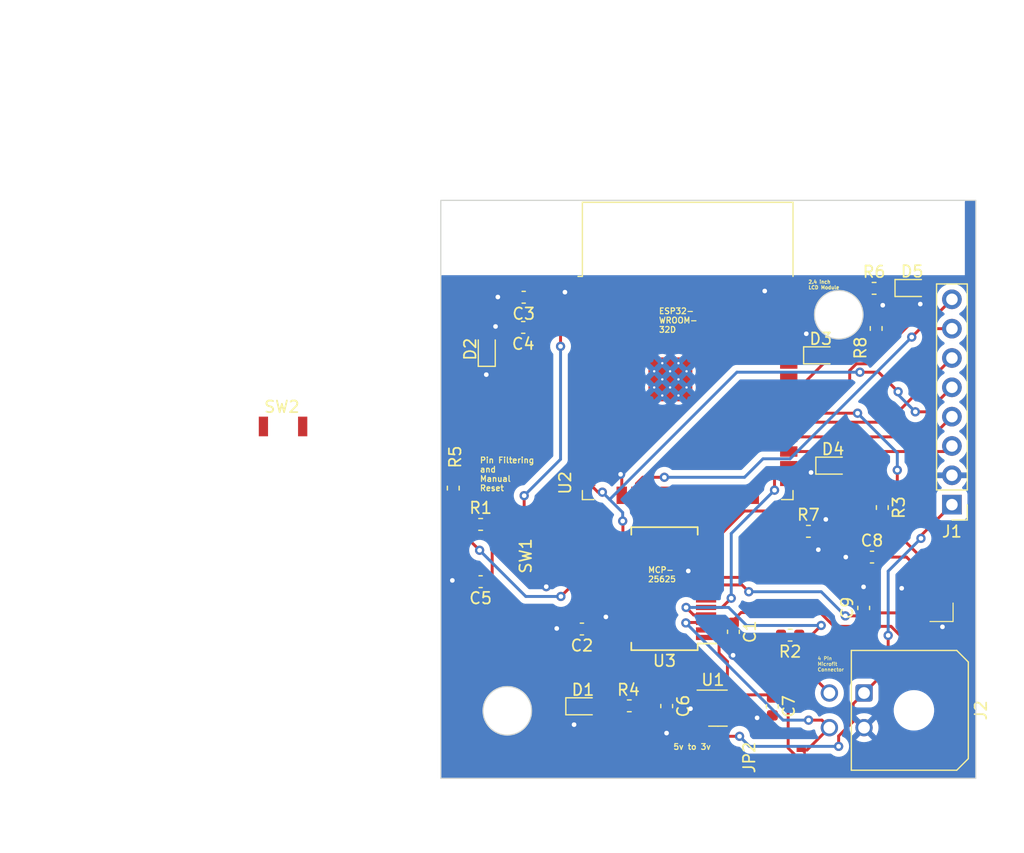
<source format=kicad_pcb>
(kicad_pcb (version 20221018) (generator pcbnew)
  (layers (0 "F.Cu" signal) (31 "B.Cu" signal) (34 "B.Paste" user) (35 "F.Paste" user) (36 "B.SilkS" user "B.Silkscreen") (37 "F.SilkS" user "F.Silkscreen") (38 "B.Mask" user) (39 "F.Mask" user) (44 "Edge.Cuts" user))
  (net 0 "")
  (net 1 "+3.3V")
  (net 2 "GND")
  (net 3 "/EN")
  (net 4 "VBUS")
  (net 5 "Net-(U3-OSC1)")
  (net 6 "Net-(U3-OSC2)")
  (net 7 "/LCD CS")
  (net 8 "/LCD RST")
  (net 9 "/SI")
  (net 10 "/SCK")
  (net 11 "/SO")
  (net 12 "Net-(D1-A)")
  (net 13 "/CANH")
  (net 14 "/CANL")
  (net 15 "Net-(JP2-B)")
  (net 16 "/1O0")
  (net 27 "/CS")
  (net 34 "/INT")
  (net 36 "/STBY")
  (net 37 "Net-(D2-A)")
  (net 39 "Net-(D3-K)")
  (net 42 "Net-(D3-A)")
  (net 50 "Net-(U3-TXD)")
  (net 51 "Net-(U3-RXD)")
  (net 55 "Net-(D4-K)")
  (net 56 "Net-(D4-A)")
  (net 57 "Net-(D5-K)")
  (net 58 "Net-(D5-A)")
  (net 59 "/LCD RS")
  (footprint "RF_Module:ESP32-WROOM-32D" (layer "F.Cu") (at 228.45 95.68)
    (fp_text reference "U2")
    (fp_text value "ESP32-WROOM-32D")
  )
  (footprint "Capacitor_SMD:C_0603_1608Metric" (layer "F.Cu") (at 244.41 110.54)
    (fp_text reference "C8")
    (fp_text value "C_30pF")
  )
  (footprint "LED_SMD:LED_0603_1608Metric" (layer "F.Cu") (at 247.8875 87.24)
    (fp_text reference "D5")
    (fp_text value "LED")
  )
  (footprint "footprints:R_0603_1608Metric" (layer "F.Cu") (at 208.15 104.5675 90)
    (fp_text reference "R5")
    (fp_text value "R_220")
  )
  (footprint "footprints:SolderJumper-2_Open_Hooks0.8x1.8mm" (layer "F.Cu") (at 238.28 127.895 90)
    (fp_text reference "JP2")
    (fp_text value "SolderJumper_2_Open")
  )
  (footprint "Capacitor_SMD:C_0603_1608Metric" (layer "F.Cu") (at 214.25 88.04 180)
    (fp_text reference "C3")
    (fp_text value "C_0.1uF")
  )
  (footprint "footprints:R_0603_1608Metric" (layer "F.Cu") (at 210.52 107.71)
    (fp_text reference "R1")
    (fp_text value "R_10K")
  )
  (footprint "Connector_PinHeader_2.54mm:PinHeader_1x08_P2.54mm_Vertical" (layer "F.Cu") (at 251.33 106 180)
    (fp_text reference "J1")
    (fp_text value "Conn_01x08_Pin")
  )
  (footprint "Capacitor_SMD:C_0603_1608Metric" (layer "F.Cu") (at 219.29 116.77 180)
    (fp_text reference "C2")
    (fp_text value "C_0.1uF")
  )
  (footprint "Capacitor_SMD:C_0603_1608Metric" (layer "F.Cu") (at 210.52 112.67 180)
    (fp_text reference "C5")
    (fp_text value "C_10uF")
  )
  (footprint "OEM:Crystal_TXC7M" (layer "F.Cu") (at 249.43 114.52 180)
    (fp_text reference "Y1" hide)
    (fp_text value "~" hide)
  )
  (footprint "LED_SMD:LED_0603_1608Metric" (layer "F.Cu") (at 211.05 92.5375 90)
    (fp_text reference "D2")
    (fp_text value "LED")
  )
  (footprint "Capacitor_SMD:C_0603_1608Metric" (layer "F.Cu") (at 232.41 117.01 -90)
    (fp_text reference "C1")
    (fp_text value "C_0.1uF")
  )
  (footprint "footprints:R_0603_1608Metric" (layer "F.Cu") (at 223.3925 123.42 180)
    (fp_text reference "R4")
    (fp_text value "R_220")
  )
  (footprint "Capacitor_SMD:C_0603_1608Metric" (layer "F.Cu") (at 214.21 90.65 180)
    (fp_text reference "C4")
    (fp_text value "C_0.1uF")
  )
  (footprint "Package_SO:SSOP-28_5.3x10.2mm_P0.65mm" (layer "F.Cu") (at 226.44 113.275 180)
    (fp_text reference "U3")
    (fp_text value "MCP25625-x-SS")
  )
  (footprint "Capacitor_SMD:C_0603_1608Metric" (layer "F.Cu") (at 235.78 123.47 -90)
    (fp_text reference "C7")
    (fp_text value "C_1uF")
  )
  (footprint "Package_TO_SOT_SMD:SOT-23-5" (layer "F.Cu") (at 231.07 123.62)
    (fp_text reference "U1")
    (fp_text value "AP2112K-3.3")
  )
  (footprint "LED_SMD:LED_0603_1608Metric" (layer "F.Cu") (at 219.3825 123.46)
    (fp_text reference "D1")
    (fp_text value "LED")
  )
  (footprint "footprints:SW_B3U-1000P_4.2x1.7mm" (layer "F.Cu") (at 191.71 99.23)
    (fp_text reference "SW2")
    (fp_text value "SW_Push_SPST_NO")
  )
  (footprint "footprints:R_0603_1608Metric" (layer "F.Cu") (at 238.9025 108.31)
    (fp_text reference "R7")
    (fp_text value "R_220")
  )
  (footprint "Capacitor_SMD:C_0603_1608Metric" (layer "F.Cu") (at 243.69 114.945 90)
    (fp_text reference "C9")
    (fp_text value "C_30pF")
  )
  (footprint "footprints:SW_B3U-1000P_4.2x1.7mm" (layer "F.Cu") (at 216.21 112.15 90)
    (fp_text reference "SW1")
    (fp_text value "SW_Push_SPST_NO")
  )
  (footprint "LED_SMD:LED_0603_1608Metric" (layer "F.Cu") (at 241.0325 102.62)
    (fp_text reference "D4")
    (fp_text value "LED")
  )
  (footprint "footprints:MicroFit_RA_4" (layer "F.Cu") (at 243.72 122.31 -90)
    (fp_text reference "J2")
    (fp_text value "MicroFit_RA_4")
  )
  (footprint "footprints:R_0603_1608Metric" (layer "F.Cu") (at 244.5925 87.27)
    (fp_text reference "R6")
    (fp_text value "R_220")
  )
  (footprint "Capacitor_SMD:C_0603_1608Metric" (layer "F.Cu") (at 226.63 123.44 -90)
    (fp_text reference "C6")
    (fp_text value "C_1uF")
  )
  (footprint "footprints:R_0603_1608Metric" (layer "F.Cu") (at 237.32 117.3 180)
    (fp_text reference "R2")
    (fp_text value "R_120")
  )
  (footprint "footprints:R_0603_1608Metric" (layer "F.Cu") (at 244.77 90.7425 90)
    (fp_text reference "R8")
    (fp_text value "R_220")
  )
  (footprint "footprints:R_0603_1608Metric" (layer "F.Cu") (at 245.3 106.25 -90)
    (fp_text reference "R3")
    (fp_text value "R_10K")
  )
  (footprint "LED_SMD:LED_0603_1608Metric" (layer "F.Cu") (at 239.9725 93.07)
    (fp_text reference "D3")
    (fp_text value "LED")
  )
  (gr_circle (center 212.83 123.85) (end 214.93 123.85) (stroke (width 0.1)) (fill none) (layer "Edge.Cuts"))
  (gr_circle (center 241.53 89.55) (end 243.63 89.55) (stroke (width 0.1)) (fill none) (layer "Edge.Cuts"))
  (gr_rect (start 207.07 79.65) (end 253.4 129.7) (stroke (width 0.1)) (fill none) (layer "Edge.Cuts"))
  (gr_text "ESP32- \nWROOM-\n32D" (at 225.91 91.14) (layer "F.SilkS") (effects (font (size 0.5 0.5) (thickness 0.1) bold) (justify left bottom)))
  (gr_text "MCP-\n25625" (at 224.97 112.75) (layer "F.SilkS") (effects (font (size 0.5 0.5) (thickness 0.1) bold) (justify left bottom)))
  (gr_text "Pin Filtering \nand \nManual \nReset" (at 210.41 104.86) (layer "F.SilkS") (effects (font (size 0.5 0.5) (thickness 0.1) bold) (justify left bottom)))
  (gr_text "2.4 inch\nLCD Module" (at 238.87 87.37) (layer "F.SilkS") (effects (font (size 0.3 0.3) (thickness 0.075) bold) (justify left bottom)))
  (gr_text "5v to 3v\n" (at 227.16 127.26) (layer "F.SilkS") (effects (font (size 0.5 0.5) (thickness 0.1) bold) (justify left bottom)))
  (gr_text "4 Pin\nMicrofit\nConnector" (at 239.67 120.46) (layer "F.SilkS") (effects (font (size 0.3 0.3) (thickness 0.06)) (justify left bottom)))
  (segment (start 232.4075 122.47) (end 235.78 122.47) (width 0.254) (layer "F.Cu") (net 1))
  (segment (start 209.57 97.826) (end 209.57 107.71) (width 0.254) (layer "F.Cu") (net 1))
  (segment (start 209.57 109.09) (end 210.43 109.95) (width 0.254) (layer "F.Cu") (net 1))
  (segment (start 215.25 88.04) (end 215.91 88.7) (width 0.254) (layer "F.Cu") (net 1))
  (segment (start 208.15 105.355) (end 208.15 106.1275) (width 0.25) (layer "F.Cu") (net 1))
  (segment (start 232.2075 122.67) (end 232.4075 122.47) (width 0.254) (layer "F.Cu") (net 1))
  (segment (start 250.798134 117.32) (end 246.838134 117.32) (width 0.254) (layer "F.Cu") (net 1))
  (segment (start 232.41 116.259) (end 232.41 116.01) (width 0.254) (layer "F.Cu") (net 1))
  (segment (start 246.058134 116.54) (end 241.118134 116.54) (width 0.254) (layer "F.Cu") (net 1))
  (segment (start 219.77 111.65) (end 222.84 111.65) (width 0.254) (layer "F.Cu") (net 1))
  (segment (start 218.696 88.7) (end 209.57 97.826) (width 0.254) (layer "F.Cu") (net 1))
  (segment (start 241.118134 116.54) (end 239.918134 115.34) (width 0.254) (layer "F.Cu") (net 1))
  (segment (start 215.91 88.7) (end 219.7 88.7) (width 0.254) (layer "F.Cu") (net 1))
  (segment (start 220.29 116.77) (end 222.76 116.77) (width 0.254) (layer "F.Cu") (net 1))
  (segment (start 245.3 107.2) (end 250.843 112.743) (width 0.254) (layer "F.Cu") (net 1))
  (segment (start 232.2075 122.67) (end 231.89 122.3525) (width 0.254) (layer "F.Cu") (net 1))
  (segment (start 230.04 117.5) (end 231.169 117.5) (width 0.254) (layer "F.Cu") (net 1))
  (segment (start 246.838134 117.32) (end 246.058134 116.54) (width 0.254) (layer "F.Cu") (net 1))
  (segment (start 221.711 111.65) (end 222.84 111.65) (width 0.254) (layer "F.Cu") (net 1))
  (segment (start 219.7 88.7) (end 218.696 88.7) (width 0.254) (layer "F.Cu") (net 1))
  (segment (start 250.843 112.743) (end 251.557 112.743) (width 0.254) (layer "F.Cu") (net 1))
  (segment (start 251.557 112.743) (end 251.557 116.561134) (width 0.254) (layer "F.Cu") (net 1))
  (segment (start 217.16 88.7) (end 219.7 88.7) (width 0.254) (layer "F.Cu") (net 1))
  (segment (start 251.557 116.561134) (end 250.798134 117.32) (width 0.254) (layer "F.Cu") (net 1))
  (segment (start 233.08 115.34) (end 232.41 116.01) (width 0.254) (layer "F.Cu") (net 1))
  (segment (start 217.47 113.95) (end 219.77 111.65) (width 0.254) (layer "F.Cu") (net 1))
  (segment (start 208.15 106.1275) (end 209.7325 107.71) (width 0.25) (layer "F.Cu") (net 1))
  (segment (start 231.89 122.3525) (end 231.89 119.578134) (width 0.254) (layer "F.Cu") (net 1))
  (segment (start 222.76 116.77) (end 222.84 116.85) (width 0.254) (layer "F.Cu") (net 1))
  (segment (start 231.169 117.5) (end 232.41 116.259) (width 0.254) (layer "F.Cu") (net 1))
  (segment (start 231.169 118.857134) (end 231.169 117.5) (width 0.254) (layer "F.Cu") (net 1))
  (segment (start 239.918134 115.34) (end 233.08 115.34) (width 0.254) (layer "F.Cu") (net 1))
  (segment (start 231.89 119.578134) (end 231.169 118.857134) (width 0.254) (layer "F.Cu") (net 1))
  (segment (start 215.21 90.65) (end 217.16 88.7) (width 0.254) (layer "F.Cu") (net 1))
  (segment (start 209.57 107.71) (end 209.57 109.09) (width 0.254) (layer "F.Cu") (net 1))
  (via (at 217.47 113.95) (size 0.8) (drill 0.4) (layers "F.Cu" "B.Cu") (net 1))
  (via (at 210.43 109.95) (size 0.8) (drill 0.4) (layers "F.Cu" "B.Cu") (net 1))
  (segment (start 210.43 109.95) (end 214.43 113.95) (width 0.254) (layer "B.Cu") (net 1))
  (segment (start 214.43 113.95) (end 217.47 113.95) (width 0.254) (layer "B.Cu") (net 1))
  (segment (start 221.845498 116.2) (end 221.365498 115.72) (width 0.254) (layer "F.Cu") (net 2))
  (segment (start 244.77 89.3) (end 245.34 88.73) (width 0.25) (layer "F.Cu") (net 2))
  (segment (start 226.63 124.44) (end 226.63 125.77) (width 0.254) (layer "F.Cu") (net 2))
  (segment (start 250.53 115.37) (end 250.53 116.56) (width 0.254) (layer "F.Cu") (net 2))
  (segment (start 235.78 124.47) (end 234.47 124.47) (width 0.254) (layer "F.Cu") (net 2))
  (segment (start 228.74 123.62) (end 228.69 123.67) (width 0.254) (layer "F.Cu") (net 2))
  (segment (start 232.41 118.01) (end 232.41 119.01) (width 0.254) (layer "F.Cu") (net 2))
  (segment (start 211.89 90.65) (end 211.81 90.57) (width 0.254) (layer "F.Cu") (net 2))
  (segment (start 230.04 111.65) (end 228.59 111.65) (width 0.254) (layer "F.Cu") (net 2))
  (segment (start 245.38 87.27) (end 245.38 88.69) (width 0.25) (layer "F.Cu") (net 2))
  (segment (start 232.41 119.01) (end 232.38 119.04) (width 0.254) (layer "F.Cu") (net 2))
  (segment (start 208.18 112.67) (end 208.07 112.56) (width 0.508) (layer "F.Cu") (net 2))
  (segment (start 212.03 88.04) (end 212.01 88.02) (width 0.254) (layer "F.Cu") (net 2))
  (segment (start 218.595 123.46) (end 218.595 125.035) (width 0.25) (layer "F.Cu") (net 2))
  (segment (start 211.05 94.7) (end 211.01 94.74) (width 0.25) (layer "F.Cu") (net 2))
  (segment (start 217.16 116.77) (end 217.11 116.72) (width 0.508) (layer "F.Cu") (net 2))
  (segment (start 228.59 111.65) (end 228.5 111.74) (width 0.254) (layer "F.Cu") (net 2))
  (segment (start 211.05 93.325) (end 211.05 94.7) (width 0.25) (layer "F.Cu") (net 2))
  (segment (start 222.84 116.2) (end 221.845498 116.2) (width 0.254) (layer "F.Cu") (net 2))
  (segment (start 229.9325 123.62) (end 228.74 123.62) (width 0.254) (layer "F.Cu") (net 2))
  (segment (start 244.77 89.955) (end 244.77 89.3) (width 0.25) (layer "F.Cu") (net 2))
  (segment (start 250.53 116.56) (end 250.51 116.58) (width 0.254) (layer "F.Cu") (net 2))
  (segment (start 213.21 90.65) (end 211.89 90.65) (width 0.254) (layer "F.Cu") (net 2))
  (segment (start 226.63 125.77) (end 226.62 125.78) (width 0.254) (layer "F.Cu") (net 2))
  (segment (start 218.29 116.77) (end 217.16 116.77) (width 0.508) (layer "F.Cu") (net 2))
  (segment (start 209.52 112.67) (end 208.18 112.67) (width 0.508) (layer "F.Cu") (net 2))
  (segment (start 248.33 113.67) (end 247.41 113.67) (width 0.254) (layer "F.Cu") (net 2))
  (segment (start 247.41 113.67) (end 246.98 113.24) (width 0.254) (layer "F.Cu") (net 2))
  (segment (start 222.74 103.47) (end 222.64 103.37) (width 0.254) (layer "F.Cu") (net 2))
  (segment (start 235.19 87.43) (end 235.12 87.5) (width 0.254) (layer "F.Cu") (net 2))
  (segment (start 213.25 88.04) (end 212.03 88.04) (width 0.254) (layer "F.Cu") (net 2))
  (segment (start 243.69 113.13) (end 243.68 113.12) (width 0.254) (layer "F.Cu") (net 2))
  (segment (start 219.7 87.43) (end 217.99 87.43) (width 0.254) (layer "F.Cu") (net 2))
  (segment (start 243.69 114.17) (end 243.69 113.13) (width 0.254) (layer "F.Cu") (net 2))
  (segment (start 217.99 87.43) (end 217.82 87.6) (width 0.254) (layer "F.Cu") (net 2))
  (segment (start 222.74 105.19) (end 222.74 103.47) (width 0.254) (layer "F.Cu") (net 2))
  (segment (start 218.595 125.035) (end 218.61 125.05) (width 0.25) (layer "F.Cu") (net 2))
  (segment (start 237.2 87.43) (end 235.19 87.43) (width 0.254) (layer "F.Cu") (net 2))
  (segment (start 245.38 88.69) (end 245.34 88.73) (width 0.25) (layer "F.Cu") (net 2))
  (segment (start 239.69 108.31) (end 239.69 109.83) (width 0.25) (layer "F.Cu") (net 2))
  (segment (start 234.47 124.47) (end 234.46 124.46) (width 0.254) (layer "F.Cu") (net 2))
  (segment (start 243.635 110.54) (end 242.14 110.54) (width 0.254) (layer "F.Cu") (net 2))
  (segment (start 216.21 113.09) (end 216.2 113.1) (width 0.508) (layer "F.Cu") (net 2))
  (segment (start 216.21 112.15) (end 216.21 113.09) (width 0.508) (layer "F.Cu") (net 2))
  (segment (start 239.69 109.83) (end 239.76 109.9) (width 0.25) (layer "F.Cu") (net 2))
  (via (at 234.46 124.46) (size 0.8) (drill 0.4) (layers "F.Cu" "B.Cu") (net 2))
  (via (at 216.2 113.1) (size 0.8) (drill 0.4) (layers "F.Cu" "B.Cu") (net 2))
  (via (at 212.01 88.02) (size 0.8) (drill 0.4) (layers "F.Cu" "B.Cu") (net 2))
  (via (at 217.82 87.6) (size 0.8) (drill 0.4) (layers "F.Cu" "B.Cu") (net 2))
  (via (at 246.98 113.24) (size 0.8) (drill 0.4) (layers "F.Cu" "B.Cu") (net 2))
  (via (at 228.5 111.74) (size 0.8) (drill 0.4) (layers "F.Cu" "B.Cu") (net 2))
  (via (at 221.365498 115.72) (size 0.8) (drill 0.4) (layers "F.Cu" "B.Cu") (net 2))
  (via (at 226.62 125.78) (size 0.8) (drill 0.4) (layers "F.Cu" "B.Cu") (net 2))
  (via (at 208.07 112.56) (size 0.8) (drill 0.4) (layers "F.Cu" "B.Cu") (net 2))
  (via (at 250.51 116.58) (size 0.8) (drill 0.4) (layers "F.Cu" "B.Cu") (net 2))
  (via (at 243.68 113.12) (size 0.8) (drill 0.4) (layers "F.Cu" "B.Cu") (net 2))
  (via (at 242.14 110.54) (size 0.8) (drill 0.4) (layers "F.Cu" "B.Cu") (net 2))
  (via (at 228.69 123.67) (size 0.8) (drill 0.4) (layers "F.Cu" "B.Cu") (net 2))
  (via (at 235.12 87.5) (size 0.8) (drill 0.4) (layers "F.Cu" "B.Cu") (net 2))
  (via (at 222.64 103.37) (size 0.8) (drill 0.4) (layers "F.Cu" "B.Cu") (net 2))
  (via (at 245.34 88.73) (size 0.8) (drill 0.4) (layers "F.Cu" "B.Cu") (net 2))
  (via (at 217.11 116.72) (size 0.8) (drill 0.4) (layers "F.Cu" "B.Cu") (net 2))
  (via (at 218.61 125.05) (size 0.8) (drill 0.4) (layers "F.Cu" "B.Cu") (net 2))
  (via (at 211.01 94.74) (size 0.8) (drill 0.4) (layers "F.Cu" "B.Cu") (net 2))
  (via (at 239.76 109.9) (size 0.8) (drill 0.4) (layers "F.Cu" "B.Cu") (net 2))
  (via (at 232.38 119.04) (size 0.8) (drill 0.4) (layers "F.Cu" "B.Cu") (net 2))
  (via (at 211.81 90.57) (size 0.8) (drill 0.4) (layers "F.Cu" "B.Cu") (net 2))
  (segment (start 211.47 107.71) (end 214.95 107.71) (width 0.254) (layer "F.Cu") (net 3))
  (segment (start 217.44 91.226) (end 217.44 92.29) (width 0.254) (layer "F.Cu") (net 3))
  (segment (start 214.29 107.05) (end 214.95 107.71) (width 0.254) (layer "F.Cu") (net 3))
  (segment (start 215.17 107.71) (end 216.21 108.75) (width 0.254) (layer "F.Cu") (net 3))
  (segment (start 211.52 112.67) (end 211.52 107.76) (width 0.254) (layer "F.Cu") (net 3))
  (segment (start 219.7 89.97) (end 218.696 89.97) (width 0.254) (layer "F.Cu") (net 3))
  (segment (start 214.29 105.22) (end 214.29 107.05) (width 0.254) (layer "F.Cu") (net 3))
  (segment (start 211.52 107.76) (end 211.47 107.71) (width 0.254) (layer "F.Cu") (net 3))
  (segment (start 214.95 107.71) (end 215.17 107.71) (width 0.254) (layer "F.Cu") (net 3))
  (segment (start 218.696 89.97) (end 217.44 91.226) (width 0.254) (layer "F.Cu") (net 3))
  (via (at 217.44 92.29) (size 0.8) (drill 0.4) (layers "F.Cu" "B.Cu") (net 3))
  (via (at 214.29 105.22) (size 0.8) (drill 0.4) (layers "F.Cu" "B.Cu") (net 3))
  (segment (start 217.44 102.07) (end 214.29 105.22) (width 0.254) (layer "B.Cu") (net 3))
  (segment (start 217.44 92.29) (end 217.44 102.07) (width 0.254) (layer "B.Cu") (net 3))
  (segment (start 241.52 126.033109) (end 242.78 124.773109) (width 0.254) (layer "F.Cu") (net 4))
  (segment (start 226.63 122.638134) (end 230.051866 126.06) (width 0.254) (layer "F.Cu") (net 4))
  (segment (start 243.72 122.31) (end 245.81 120.22) (width 0.254) (layer "F.Cu") (net 4))
  (segment (start 241.52 126.93) (end 241.52 126.033109) (width 0.254) (layer "F.Cu") (net 4))
  (segment (start 230.051866 126.06) (end 232.94 126.06) (width 0.254) (layer "F.Cu") (net 4))
  (segment (start 248.65 108.68) (end 251.33 106) (width 0.254) (layer "F.Cu") (net 4))
  (segment (start 226.63 122.44) (end 226.63 122.638134) (width 0.254) (layer "F.Cu") (net 4))
  (segment (start 242.78 124.773109) (end 242.78 123.25) (width 0.254) (layer "F.Cu") (net 4))
  (segment (start 248.65 108.92) (end 248.65 108.68) (width 0.254) (layer "F.Cu") (net 4))
  (segment (start 225.875 123.42) (end 226.63 122.665) (width 0.25) (layer "F.Cu") (net 4))
  (segment (start 224.18 123.42) (end 225.875 123.42) (width 0.25) (layer "F.Cu") (net 4))
  (segment (start 242.78 123.25) (end 243.72 122.31) (width 0.254) (layer "F.Cu") (net 4))
  (segment (start 245.81 120.22) (end 245.81 117.32) (width 0.254) (layer "F.Cu") (net 4))
  (via (at 241.52 126.93) (size 0.8) (drill 0.4) (layers "F.Cu" "B.Cu") (net 4))
  (via (at 245.81 117.32) (size 0.8) (drill 0.4) (layers "F.Cu" "B.Cu") (net 4))
  (via (at 248.65 108.92) (size 0.8) (drill 0.4) (layers "F.Cu" "B.Cu") (net 4))
  (via (at 232.94 126.06) (size 0.8) (drill 0.4) (layers "F.Cu" "B.Cu") (net 4))
  (segment (start 232.94 126.06) (end 233.81 126.93) (width 0.254) (layer "B.Cu") (net 4))
  (segment (start 245.81 117.32) (end 245.81 111.76) (width 0.254) (layer "B.Cu") (net 4))
  (segment (start 233.81 126.93) (end 241.52 126.93) (width 0.254) (layer "B.Cu") (net 4))
  (segment (start 245.81 111.76) (end 248.65 108.92) (width 0.254) (layer "B.Cu") (net 4))
  (segment (start 243.425 112.3) (end 245.185 110.54) (width 0.254) (layer "F.Cu") (net 5))
  (segment (start 250.53 113.67) (end 247.4 110.54) (width 0.254) (layer "F.Cu") (net 5))
  (segment (start 247.4 110.54) (end 245.185 110.54) (width 0.254) (layer "F.Cu") (net 5))
  (segment (start 230.04 112.3) (end 243.425 112.3) (width 0.254) (layer "F.Cu") (net 5))
  (segment (start 230.04 112.95) (end 233.15 112.95) (width 0.254) (layer "F.Cu") (net 6))
  (segment (start 233.15 112.95) (end 233.74 113.54) (width 0.254) (layer "F.Cu") (net 6))
  (segment (start 244.04 115.37) (end 248.33 115.37) (width 0.254) (layer "F.Cu") (net 6))
  (segment (start 243.6 115.63) (end 243.69 115.72) (width 0.254) (layer "F.Cu") (net 6))
  (segment (start 243.69 115.72) (end 244.04 115.37) (width 0.254) (layer "F.Cu") (net 6))
  (segment (start 242.1 115.63) (end 243.6 115.63) (width 0.254) (layer "F.Cu") (net 6))
  (via (at 242.1 115.63) (size 0.8) (drill 0.4) (layers "F.Cu" "B.Cu") (net 6))
  (via (at 233.74 113.54) (size 0.8) (drill 0.4) (layers "F.Cu" "B.Cu") (net 6))
  (segment (start 233.74 113.54) (end 240.01 113.54) (width 0.254) (layer "B.Cu") (net 6))
  (segment (start 240.01 113.54) (end 242.1 115.63) (width 0.254) (layer "B.Cu") (net 6))
  (segment (start 250.85 101.4) (end 251.33 100.92) (width 0.254) (layer "F.Cu") (net 7))
  (segment (start 237.2 101.4) (end 250.85 101.4) (width 0.254) (layer "F.Cu") (net 7))
  (segment (start 249.58 100.13) (end 251.33 98.38) (width 0.254) (layer "F.Cu") (net 8))
  (segment (start 237.2 100.13) (end 249.58 100.13) (width 0.254) (layer "F.Cu") (net 8))
  (segment (start 221.06 104.92) (end 220.68 104.92) (width 0.254) (layer "F.Cu") (net 9))
  (segment (start 220.68 104.92) (end 219.7 103.94) (width 0.254) (layer "F.Cu") (net 9))
  (segment (start 248.16 97.96) (end 249.21 97.96) (width 0.254) (layer "F.Cu") (net 9))
  (segment (start 244.98 94.53) (end 246.67 96.22) (width 0.254) (layer "F.Cu") (net 9))
  (segment (start 243.36 94.53) (end 244.98 94.53) (width 0.254) (layer "F.Cu") (net 9))
  (segment (start 222.84 107.44) (end 222.82 107.42) (width 0.254) (layer "F.Cu") (net 9))
  (segment (start 222.84 109.05) (end 222.84 107.44) (width 0.254) (layer "F.Cu") (net 9))
  (segment (start 249.21 97.96) (end 251.33 95.84) (width 0.254) (layer "F.Cu") (net 9))
  (via (at 222.82 107.42) (size 0.8) (drill 0.4) (layers "F.Cu" "B.Cu") (net 9))
  (via (at 248.16 97.96) (size 0.8) (drill 0.4) (layers "F.Cu" "B.Cu") (net 9))
  (via (at 221.06 104.92) (size 0.8) (drill 0.4) (layers "F.Cu" "B.Cu") (net 9))
  (via (at 243.36 94.53) (size 0.8) (drill 0.4) (layers "F.Cu" "B.Cu") (net 9))
  (via (at 246.67 96.22) (size 0.8) (drill 0.4) (layers "F.Cu" "B.Cu") (net 9))
  (segment (start 221.69 105.55) (end 221.06 104.92) (width 0.254) (layer "B.Cu") (net 9))
  (segment (start 246.67 96.22) (end 246.67 96.47) (width 0.254) (layer "B.Cu") (net 9))
  (segment (start 232.71 94.53) (end 243.36 94.53) (width 0.254) (layer "B.Cu") (net 9))
  (segment (start 221.69 105.55) (end 232.71 94.53) (width 0.254) (layer "B.Cu") (net 9))
  (segment (start 222.82 107.42) (end 222.82 106.68) (width 0.254) (layer "B.Cu") (net 9))
  (segment (start 222.82 106.68) (end 221.69 105.55) (width 0.254) (layer "B.Cu") (net 9))
  (segment (start 246.67 96.47) (end 248.16 97.96) (width 0.254) (layer "B.Cu") (net 9))
  (segment (start 246.6 105.654) (end 246.6 103.01) (width 0.254) (layer "F.Cu") (net 10))
  (segment (start 244.323 106.523) (end 245.731 106.523) (width 0.254) (layer "F.Cu") (net 10))
  (segment (start 243.16 98.08) (end 238.984 98.08) (width 0.254) (layer "F.Cu") (net 10))
  (segment (start 238.984 98.08) (end 238.204 98.86) (width 0.254) (layer "F.Cu") (net 10))
  (segment (start 237.2 98.86) (end 245.77 98.86) (width 0.254) (layer "F.Cu") (net 10))
  (segment (start 244.296 106.55) (end 244.323 106.577) (width 0.254) (layer "F.Cu") (net 10))
  (segment (start 238.204 98.86) (end 237.2 98.86) (width 0.254) (layer "F.Cu") (net 10))
  (segment (start 233.35 106.55) (end 244.296 106.55) (width 0.254) (layer "F.Cu") (net 10))
  (segment (start 245.731 106.523) (end 246.6 105.654) (width 0.254) (layer "F.Cu") (net 10))
  (segment (start 244.323 106.577) (end 244.323 106.523) (width 0.254) (layer "F.Cu") (net 10))
  (segment (start 245.77 98.86) (end 251.33 93.3) (width 0.254) (layer "F.Cu") (net 10))
  (segment (start 230.85 109.05) (end 233.35 106.55) (width 0.254) (layer "F.Cu") (net 10))
  (segment (start 230.04 109.05) (end 230.85 109.05) (width 0.254) (layer "F.Cu") (net 10))
  (via (at 243.16 98.08) (size 0.8) (drill 0.4) (layers "F.Cu" "B.Cu") (net 10))
  (via (at 246.6 103.01) (size 0.8) (drill 0.4) (layers "F.Cu" "B.Cu") (net 10))
  (segment (start 246.6 101.52) (end 243.16 98.08) (width 0.254) (layer "B.Cu") (net 10))
  (segment (start 246.6 103.01) (end 246.6 101.52) (width 0.254) (layer "B.Cu") (net 10))
  (segment (start 223.969 109.7) (end 224.05 109.619) (width 0.254) (layer "F.Cu") (net 11))
  (segment (start 224.05 109.619) (end 224.05 105.23) (width 0.254) (layer "F.Cu") (net 11))
  (segment (start 224.05 105.23) (end 224.01 105.19) (width 0.254) (layer "F.Cu") (net 11))
  (segment (start 224.01 104.186) (end 224.566 103.63) (width 0.254) (layer "F.Cu") (net 11))
  (segment (start 224.01 105.19) (end 224.01 104.186) (width 0.254) (layer "F.Cu") (net 11))
  (segment (start 247.85 91.49) (end 248.58 90.76) (width 0.254) (layer "F.Cu") (net 11))
  (segment (start 222.84 109.7) (end 223.969 109.7) (width 0.254) (layer "F.Cu") (net 11))
  (segment (start 248.58 90.76) (end 251.33 90.76) (width 0.254) (layer "F.Cu") (net 11))
  (segment (start 224.566 103.63) (end 226.43 103.63) (width 0.254) (layer "F.Cu") (net 11))
  (via (at 226.43 103.63) (size 0.8) (drill 0.4) (layers "F.Cu" "B.Cu") (net 11))
  (via (at 247.85 91.49) (size 0.8) (drill 0.4) (layers "F.Cu" "B.Cu") (net 11))
  (segment (start 233.37 103.63) (end 234.97 102.03) (width 0.254) (layer "B.Cu") (net 11))
  (segment (start 237.31 102.03) (end 247.85 91.49) (width 0.254) (layer "B.Cu") (net 11))
  (segment (start 226.43 103.63) (end 233.37 103.63) (width 0.254) (layer "B.Cu") (net 11))
  (segment (start 234.97 102.03) (end 237.31 102.03) (width 0.254) (layer "B.Cu") (net 11))
  (segment (start 222.565 123.46) (end 222.605 123.42) (width 0.25) (layer "F.Cu") (net 12))
  (segment (start 220.17 123.46) (end 222.565 123.46) (width 0.25) (layer "F.Cu") (net 12))
  (segment (start 228.31 114.9) (end 228.96 115.55) (width 0.254) (layer "F.Cu") (net 13))
  (segment (start 240.29 122.74) (end 240.72 122.31) (width 0.254) (layer "F.Cu") (net 13))
  (segment (start 238.27 119.86) (end 238.27 117.3) (width 0.254) (layer "F.Cu") (net 13))
  (segment (start 238.27 117.3) (end 239.17 117.3) (width 0.254) (layer "F.Cu") (net 13))
  (segment (start 240.72 122.31) (end 238.27 119.86) (width 0.254) (layer "F.Cu") (net 13))
  (segment (start 239.17 117.3) (end 240.01 116.46) (width 0.254) (layer "F.Cu") (net 13))
  (segment (start 228.96 115.55) (end 230.04 115.55) (width 0.254) (layer "F.Cu") (net 13))
  (via (at 240.01 116.46) (size 0.8) (drill 0.4) (layers "F.Cu" "B.Cu") (net 13))
  (via (at 228.31 114.9) (size 0.8) (drill 0.4) (layers "F.Cu" "B.Cu") (net 13))
  (segment (start 240.01 116.46) (end 233.551866 116.46) (width 0.254) (layer "B.Cu") (net 13))
  (segment (start 233.551866 116.46) (end 231.991866 114.9) (width 0.254) (layer "B.Cu") (net 13))
  (segment (start 231.991866 114.9) (end 228.31 114.9) (width 0.254) (layer "B.Cu") (net 13))
  (segment (start 240.07 124.66) (end 240.72 125.31) (width 0.254) (layer "F.Cu") (net 14))
  (segment (start 238.23 127.245) (end 238.785 127.245) (width 0.254) (layer "F.Cu") (net 14))
  (segment (start 238.92 124.66) (end 240.07 124.66) (width 0.254) (layer "F.Cu") (net 14))
  (segment (start 238.785 127.245) (end 240.72 125.31) (width 0.254) (layer "F.Cu") (net 14))
  (segment (start 228.33 116.2) (end 228.29 116.24) (width 0.254) (layer "F.Cu") (net 14))
  (segment (start 230.04 116.2) (end 228.33 116.2) (width 0.254) (layer "F.Cu") (net 14))
  (via (at 238.92 124.66) (size 0.8) (drill 0.4) (layers "F.Cu" "B.Cu") (net 14))
  (via (at 228.29 116.24) (size 0.8) (drill 0.4) (layers "F.Cu" "B.Cu") (net 14))
  (segment (start 228.29 116.24) (end 236.71 124.66) (width 0.254) (layer "B.Cu") (net 14))
  (segment (start 236.71 124.66) (end 238.92 124.66) (width 0.254) (layer "B.Cu") (net 14))
  (segment (start 237.838772 127.77) (end 237.15 127.081228) (width 0.254) (layer "F.Cu") (net 15))
  (segment (start 237.15 127.081228) (end 237.15 118.08) (width 0.254) (layer "F.Cu") (net 15))
  (segment (start 237.15 118.08) (end 236.37 117.3) (width 0.254) (layer "F.Cu") (net 15))
  (segment (start 238.005 127.77) (end 237.838772 127.77) (width 0.254) (layer "F.Cu") (net 15))
  (segment (start 243.94 103.94) (end 245.3 105.3) (width 0.254) (layer "F.Cu") (net 16))
  (segment (start 237.2 103.94) (end 243.94 103.94) (width 0.254) (layer "F.Cu") (net 16))
  (segment (start 218.696 102.67) (end 219.7 102.67) (width 0.254) (layer "F.Cu") (net 27))
  (segment (start 218.623 102.743) (end 218.696 102.67) (width 0.254) (layer "F.Cu") (net 27))
  (segment (start 222.84 110.35) (end 221.711 110.35) (width 0.254) (layer "F.Cu") (net 27))
  (segment (start 218.623 107.262) (end 218.623 102.743) (width 0.254) (layer "F.Cu") (net 27))
  (segment (start 221.711 110.35) (end 218.623 107.262) (width 0.254) (layer "F.Cu") (net 27))
  (segment (start 228.55 108.786) (end 231.069 106.267) (width 0.254) (layer "F.Cu") (net 34))
  (segment (start 232.9 106.194) (end 232.9 105.19) (width 0.254) (layer "F.Cu") (net 34))
  (segment (start 232.827 106.267) (end 232.9 106.194) (width 0.254) (layer "F.Cu") (net 34))
  (segment (start 231.069 106.267) (end 232.827 106.267) (width 0.254) (layer "F.Cu") (net 34))
  (segment (start 228.55 109.339) (end 228.55 108.786) (width 0.254) (layer "F.Cu") (net 34))
  (segment (start 228.911 109.7) (end 228.55 109.339) (width 0.254) (layer "F.Cu") (net 34))
  (segment (start 230.04 109.7) (end 228.911 109.7) (width 0.254) (layer "F.Cu") (net 34))
  (segment (start 230.04 114.9) (end 231.42 114.9) (width 0.254) (layer "F.Cu") (net 36))
  (segment (start 231.42 114.9) (end 232.22 114.1) (width 0.254) (layer "F.Cu") (net 36))
  (segment (start 235.968266 103.317734) (end 236.616 102.67) (width 0.254) (layer "F.Cu") (net 36))
  (segment (start 236.616 102.67) (end 237.2 102.67) (width 0.254) (layer "F.Cu") (net 36))
  (segment (start 235.968266 104.74684) (end 235.968266 103.317734) (width 0.254) (layer "F.Cu") (net 36))
  (via (at 232.22 114.1) (size 0.8) (drill 0.4) (layers "F.Cu" "B.Cu") (net 36))
  (via (at 235.968266 104.74684) (size 0.8) (drill 0.4) (layers "F.Cu" "B.Cu") (net 36))
  (segment (start 232.22 114.1) (end 232.22 108.495106) (width 0.254) (layer "B.Cu") (net 36))
  (segment (start 232.22 108.495106) (end 235.968266 104.74684) (width 0.254) (layer "B.Cu") (net 36))
  (segment (start 208.15 94.65) (end 211.05 91.75) (width 0.25) (layer "F.Cu") (net 37))
  (segment (start 208.15 103.78) (end 208.15 94.65) (width 0.25) (layer "F.Cu") (net 37))
  (segment (start 239.185 93.07) (end 240.472242 91.782758) (width 0.25) (layer "F.Cu") (net 39))
  (segment (start 243.805 90.425) (end 243.805 87.27) (width 0.25) (layer "F.Cu") (net 39))
  (segment (start 242.447242 91.782758) (end 243.805 90.425) (width 0.25) (layer "F.Cu") (net 39))
  (segment (start 240.472242 91.782758) (end 242.447242 91.782758) (width 0.25) (layer "F.Cu") (net 39))
  (segment (start 237.675 96.32) (end 240.76 93.235) (width 0.25) (layer "F.Cu") (net 42))
  (segment (start 237.2 96.32) (end 237.675 96.32) (width 0.25) (layer "F.Cu") (net 42))
  (segment (start 240.76 93.235) (end 240.76 93.07) (width 0.25) (layer "F.Cu") (net 42))
  (segment (start 238.115 108.31) (end 239.1485 107.2765) (width 0.25) (layer "F.Cu") (net 55))
  (segment (start 239.1485 107.2765) (end 240.41 107.2765) (width 0.25) (layer "F.Cu") (net 55))
  (segment (start 239.6515 103.2135) (end 240.245 102.62) (width 0.25) (layer "F.Cu") (net 55))
  (segment (start 239.13 103.2135) (end 239.6515 103.2135) (width 0.25) (layer "F.Cu") (net 55))
  (via (at 240.41 107.2765) (size 0.8) (drill 0.4) (layers "F.Cu" "B.Cu") (net 55))
  (via (at 239.13 103.2135) (size 0.8) (drill 0.4) (layers "F.Cu" "B.Cu") (net 55))
  (segment (start 240.41 104.4935) (end 239.13 103.2135) (width 0.25) (layer "B.Cu") (net 55))
  (segment (start 240.41 107.2765) (end 240.41 104.4935) (width 0.25) (layer "B.Cu") (net 55))
  (segment (start 247.1 88.868979) (end 247.1 87.24) (width 0.25) (layer "F.Cu") (net 57))
  (segment (start 244.77 91.198979) (end 247.1 88.868979) (width 0.25) (layer "F.Cu") (net 57))
  (segment (start 244.77 91.53) (end 244.77 91.198979) (width 0.25) (layer "F.Cu") (net 57))
  (segment (start 237.2 89.97) (end 237.38 89.97) (width 0.25) (layer "F.Cu") (net 58))
  (segment (start 238.72 90.49) (end 238.72 91.2) (width 0.25) (layer "F.Cu") (net 58))
  (segment (start 248.59 87.325) (end 248.675 87.24) (width 0.25) (layer "F.Cu") (net 58))
  (segment (start 237.2 89.97) (end 238.2 89.97) (width 0.25) (layer "F.Cu") (net 58))
  (segment (start 248.59 88.63) (end 248.59 87.325) (width 0.25) (layer "F.Cu") (net 58))
  (segment (start 238.2 89.97) (end 238.72 90.49) (width 0.25) (layer "F.Cu") (net 58))
  (segment (start 237.38 89.97) (end 237.48 89.87) (width 0.25) (layer "F.Cu") (net 58))
  (via (at 248.59 88.63) (size 0.8) (drill 0.4) (layers "F.Cu" "B.Cu") (net 58))
  (via (at 238.72 91.2) (size 0.8) (drill 0.4) (layers "F.Cu" "B.Cu") (net 58))
  (segment (start 245.437242 91.782758) (end 248.59 88.63) (width 0.25) (layer "B.Cu") (net 58))
  (segment (start 239.302758 91.782758) (end 245.437242 91.782758) (width 0.25) (layer "B.Cu") (net 58))
  (segment (start 238.72 91.2) (end 239.302758 91.782758) (width 0.25) (layer "B.Cu") (net 58))
  (segment (start 244.247 93.803) (end 248.36 89.69) (width 0.254) (layer "F.Cu") (net 59))
  (segment (start 240.34 97.59) (end 242.48 95.45) (width 0.254) (layer "F.Cu") (net 59))
  (segment (start 248.36 89.69) (end 249.86 89.69) (width 0.254) (layer "F.Cu") (net 59))
  (segment (start 237.2 97.59) (end 240.34 97.59) (width 0.254) (layer "F.Cu") (net 59))
  (segment (start 242.48 94.381866) (end 243.058866 93.803) (width 0.254) (layer "F.Cu") (net 59))
  (segment (start 249.86 89.69) (end 251.33 88.22) (width 0.254) (layer "F.Cu") (net 59))
  (segment (start 243.058866 93.803) (end 244.247 93.803) (width 0.254) (layer "F.Cu") (net 59))
  (segment (start 242.48 95.45) (end 242.48 94.381866) (width 0.254) (layer "F.Cu") (net 59))
  (zone (net 2) (net_name "GND") (layer "B.Cu") (connect_pads (clearance 0.5)) (min_thickness 0.25) (fill yes (thermal_gap 0.5) (thermal_bridge_width 0.5))
    (polygon (pts (xy 168.9 62.3) (xy 255 62.5) (xy 255.2 132.6) (xy 169.1 132.4)))
  )
)
</source>
